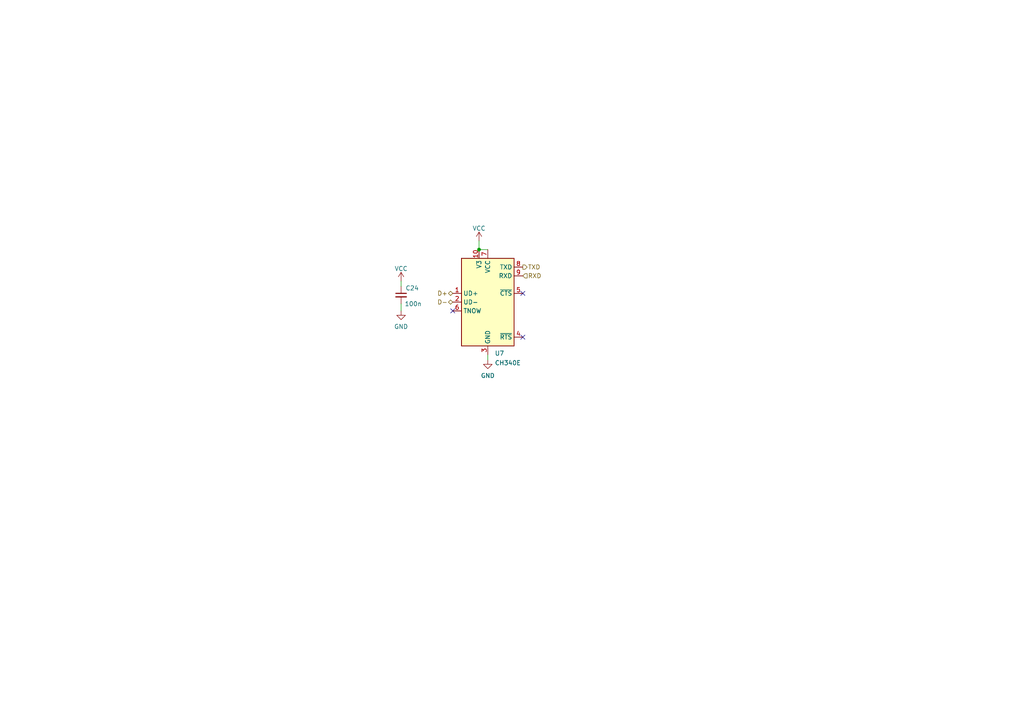
<source format=kicad_sch>
(kicad_sch (version 20211123) (generator eeschema)
  (paper "A4")
  (title_block (title "USB To CAN") (date "2023-05-04") (rev "2.0.1"))
  (lib_symbols
    (symbol "Device:C_Small" (pin_numbers hide) (pin_names (offset 0.254) hide)
      (property "Reference" "C" (at 0.254 1.778 0))
      (property "Value" "C_Small" (at 0.254 -2.032 0))
      (symbol "C_Small_0_1"
        (polyline (pts (xy -1.524 -0.508) (xy 1.524 -0.508)) (stroke (width 0.3302)))
        (polyline (pts (xy -1.524 0.508) (xy 1.524 0.508)) (stroke (width 0.3048)))
      )
      (symbol "C_Small_1_1"
        (pin passive line (at 0 2.54 270) (length 2.032) (name "~") (number "1"))
        (pin passive line (at 0 -2.54 90) (length 2.032) (name "~") (number "2"))
      )
    )
    (symbol "Interface_USB:CH340E"
      (property "Reference" "U" (at -5.08 13.97 0))
      (property "Value" "CH340E" (at 1.27 13.97 0))
      (symbol "CH340E_0_1"
        (rectangle (start -7.62 12.7) (end 7.62 -12.7) (stroke (width 0.254)) (fill (type background)))
      )
      (symbol "CH340E_1_1"
        (pin bidirectional line (at -10.16 2.54 0) (length 2.54) (name "UD+") (number "1"))
        (pin passive line (at -2.54 15.24 270) (length 2.54) (name "V3") (number "10"))
        (pin bidirectional line (at -10.16 0 0) (length 2.54) (name "UD-") (number "2"))
        (pin power_in line (at 0 -15.24 90) (length 2.54) (name "GND") (number "3"))
        (pin output line (at 10.16 -10.16 180) (length 2.54) (name "~{RTS}") (number "4"))
        (pin input line (at 10.16 2.54 180) (length 2.54) (name "~{CTS}") (number "5"))
        (pin output line (at -10.16 -2.54 0) (length 2.54) (name "TNOW") (number "6"))
        (pin power_in line (at 0 15.24 270) (length 2.54) (name "VCC") (number "7"))
        (pin output line (at 10.16 10.16 180) (length 2.54) (name "TXD") (number "8"))
        (pin input line (at 10.16 7.62 180) (length 2.54) (name "RXD") (number "9"))
      )
    )
    (symbol "power:GND" (power) (pin_names (offset 0))
      (property "Value" "GND" (at 0 -3.81 0))
      (symbol "GND_0_1"
        (polyline (pts (xy 0 0) (xy 0 -1.27) (xy 1.27 -1.27) (xy 0 -2.54) (xy -1.27 -1.27) (xy 0 -1.27)))
      )
      (symbol "GND_1_1"
        (pin power_in line (at 0 0 270) (length 0) hide (name "GND") (number "1"))
      )
    )
    (symbol "power:VCC" (power) (pin_names (offset 0))
      (property "Value" "VCC" (at 0 3.81 0))
      (symbol "VCC_0_1"
        (polyline (pts (xy -0.762 1.27) (xy 0 2.54)))
        (polyline (pts (xy 0 0) (xy 0 2.54)))
        (polyline (pts (xy 0 2.54) (xy 0.762 1.27)))
      )
      (symbol "VCC_1_1"
        (pin power_in line (at 0 0 90) (length 0) hide (name "VCC") (number "1"))
      )
    )
  )
  (junction (at 138.938 72.39))
  (no_connect (at 151.638 85.09))
  (no_connect (at 151.638 97.79))
  (no_connect (at 131.318 90.17))
  (wire (pts (xy 138.938 72.39) (xy 141.478 72.39)))
  (wire (pts (xy 138.938 69.85) (xy 138.938 72.39)))
  (wire (pts (xy 116.332 88.138) (xy 116.332 90.17)))
  (wire (pts (xy 141.478 102.87) (xy 141.478 104.394)))
  (wire (pts (xy 116.332 81.534) (xy 116.332 83.058)))
  (hierarchical_label "D-" (shape bidirectional) (at 131.318 87.63 180))
  (hierarchical_label "RXD" (shape input) (at 151.638 80.01 0))
  (hierarchical_label "D+" (shape bidirectional) (at 131.318 85.09 180))
  (hierarchical_label "TXD" (shape output) (at 151.638 77.47 0))
  (symbol (lib_id "Device:C_Small") (at 116.332 85.598 0) (mirror y) (unit 1)
    (property "Reference" "C24" (at 117.602 83.566 0) (effects (justify right)))
    (property "Value" "100n" (at 117.348 88.138 0) (effects (justify right)))
    (property "Footprint" "library:C_0603_1608Metric" (effects hide))
  )
  (symbol (lib_id "power:GND") (at 116.332 90.17 0) (unit 1)
    (property "Reference" "#PWR075" (effects hide))
    (property "Value" "GND" (at 116.332 94.7325 0))
  )
  (symbol (lib_id "Interface_USB:CH340E") (at 141.478 87.63 0) (unit 1)
    (property "Reference" "U7" (at 143.4974 102.4795 0) (effects (justify left)))
    (property "Value" "CH340E" (at 143.4974 105.2546 0) (effects (justify left)))
    (property "Footprint" "library:MSOP-10_3x3mm_P0.5mm" (effects hide))
    (property "Datasheet" "https://www.mpja.com/download/35227cpdata.pdf" (effects hide))
  )
  (symbol (lib_id "power:VCC") (at 116.332 81.534 0) (unit 1)
    (property "Reference" "#PWR074" (effects hide))
    (property "Value" "VCC" (at 116.332 77.9295 0))
  )
  (symbol (lib_id "power:GND") (at 141.478 104.394 0) (unit 1)
    (property "Reference" "#PWR076" (effects hide))
    (property "Value" "GND" (at 141.478 108.9565 0))
  )
  (symbol (lib_id "power:VCC") (at 138.938 69.85 0) (unit 1)
    (property "Reference" "#PWR073" (effects hide))
    (property "Value" "VCC" (at 138.938 66.2455 0))
  )
)
</source>
